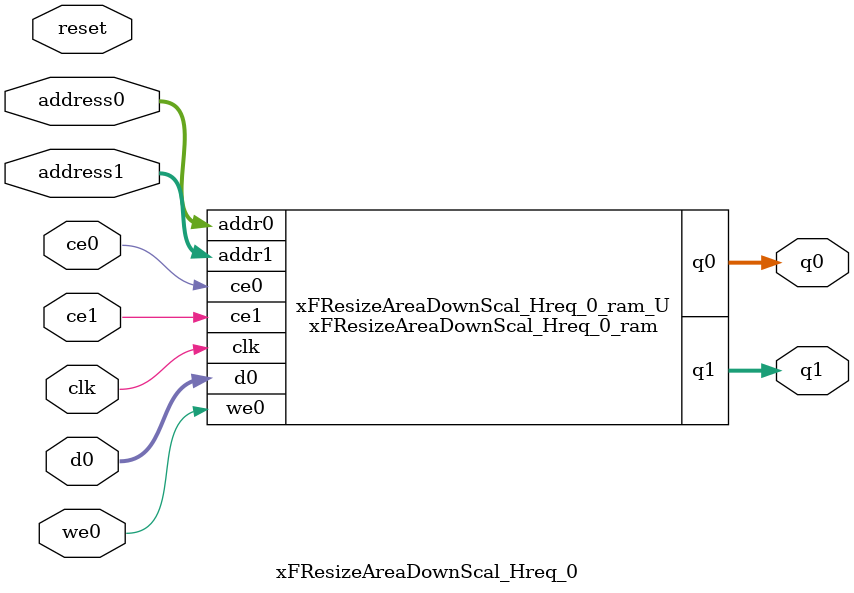
<source format=v>
`timescale 1 ns / 1 ps
module xFResizeAreaDownScal_Hreq_0_ram (addr0, ce0, d0, we0, q0, addr1, ce1, q1,  clk);

parameter DWIDTH = 16;
parameter AWIDTH = 7;
parameter MEM_SIZE = 80;

input[AWIDTH-1:0] addr0;
input ce0;
input[DWIDTH-1:0] d0;
input we0;
output reg[DWIDTH-1:0] q0;
input[AWIDTH-1:0] addr1;
input ce1;
output reg[DWIDTH-1:0] q1;
input clk;

(* ram_style = "block" *)reg [DWIDTH-1:0] ram[0:MEM_SIZE-1];




always @(posedge clk)  
begin 
    if (ce0) 
    begin
        if (we0) 
        begin 
            ram[addr0] <= d0; 
        end 
        q0 <= ram[addr0];
    end
end


always @(posedge clk)  
begin 
    if (ce1) 
    begin
        q1 <= ram[addr1];
    end
end


endmodule

`timescale 1 ns / 1 ps
module xFResizeAreaDownScal_Hreq_0(
    reset,
    clk,
    address0,
    ce0,
    we0,
    d0,
    q0,
    address1,
    ce1,
    q1);

parameter DataWidth = 32'd16;
parameter AddressRange = 32'd80;
parameter AddressWidth = 32'd7;
input reset;
input clk;
input[AddressWidth - 1:0] address0;
input ce0;
input we0;
input[DataWidth - 1:0] d0;
output[DataWidth - 1:0] q0;
input[AddressWidth - 1:0] address1;
input ce1;
output[DataWidth - 1:0] q1;



xFResizeAreaDownScal_Hreq_0_ram xFResizeAreaDownScal_Hreq_0_ram_U(
    .clk( clk ),
    .addr0( address0 ),
    .ce0( ce0 ),
    .we0( we0 ),
    .d0( d0 ),
    .q0( q0 ),
    .addr1( address1 ),
    .ce1( ce1 ),
    .q1( q1 ));

endmodule


</source>
